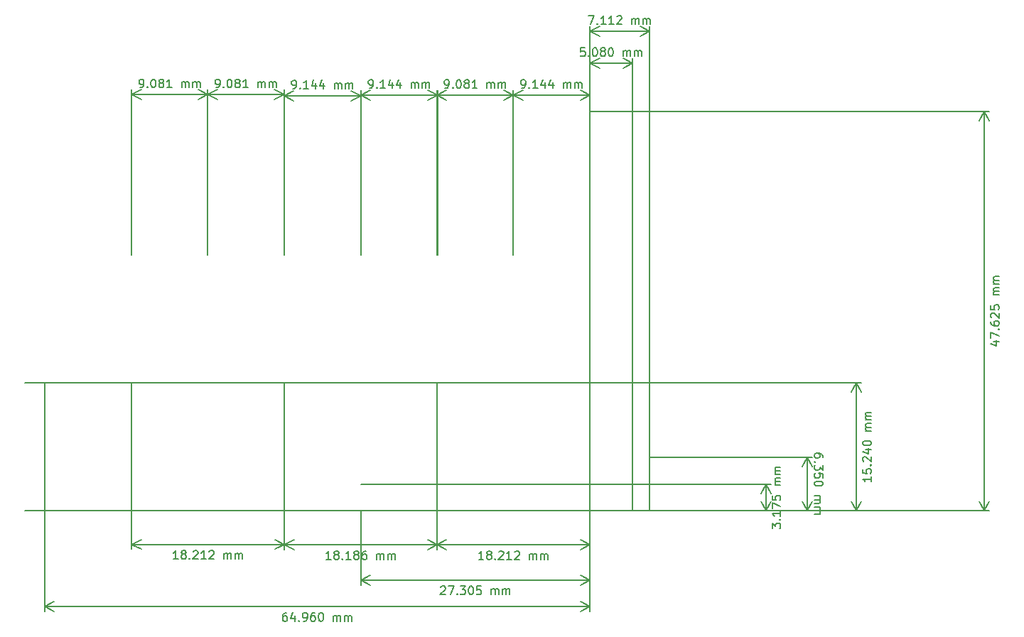
<source format=gbr>
G04 #@! TF.GenerationSoftware,KiCad,Pcbnew,(5.1.5)-3*
G04 #@! TF.CreationDate,2020-07-17T17:22:00-07:00*
G04 #@! TF.ProjectId,4-mill-vent,342d6d69-6c6c-42d7-9665-6e742e6b6963,rev?*
G04 #@! TF.SameCoordinates,Original*
G04 #@! TF.FileFunction,Other,User*
%FSLAX46Y46*%
G04 Gerber Fmt 4.6, Leading zero omitted, Abs format (unit mm)*
G04 Created by KiCad (PCBNEW (5.1.5)-3) date 2020-07-17 17:22:00*
%MOMM*%
%LPD*%
G04 APERTURE LIST*
%ADD10C,0.150000*%
G04 APERTURE END LIST*
D10*
X130989553Y-128129071D02*
X130799076Y-128129100D01*
X130703846Y-128176734D01*
X130656234Y-128224360D01*
X130561018Y-128367232D01*
X130513428Y-128557716D01*
X130513487Y-128938668D01*
X130561120Y-129033899D01*
X130608747Y-129081510D01*
X130703992Y-129129115D01*
X130894468Y-129129086D01*
X130989699Y-129081452D01*
X131037311Y-129033825D01*
X131084915Y-128938580D01*
X131084879Y-128700485D01*
X131037245Y-128605254D01*
X130989619Y-128557642D01*
X130894373Y-128510038D01*
X130703897Y-128510067D01*
X130608666Y-128557701D01*
X130561054Y-128605327D01*
X130513450Y-128700573D01*
X131941985Y-128462258D02*
X131942087Y-129128924D01*
X131703831Y-128081342D02*
X131465846Y-128795664D01*
X132084893Y-128795569D01*
X132465882Y-129033606D02*
X132513509Y-129081217D01*
X132465897Y-129128844D01*
X132418271Y-129081232D01*
X132465882Y-129033606D01*
X132465897Y-129128844D01*
X132989706Y-129128763D02*
X133180183Y-129128734D01*
X133275413Y-129081100D01*
X133323025Y-129033474D01*
X133418241Y-128890602D01*
X133465831Y-128700118D01*
X133465772Y-128319166D01*
X133418139Y-128223935D01*
X133370512Y-128176323D01*
X133275267Y-128128719D01*
X133084791Y-128128748D01*
X132989560Y-128176382D01*
X132941948Y-128224008D01*
X132894344Y-128319254D01*
X132894380Y-128557349D01*
X132942014Y-128652580D01*
X132989641Y-128700192D01*
X133084886Y-128747796D01*
X133275362Y-128747767D01*
X133370593Y-128700133D01*
X133418205Y-128652507D01*
X133465809Y-128557261D01*
X134322886Y-128128558D02*
X134132410Y-128128587D01*
X134037179Y-128176221D01*
X133989567Y-128223847D01*
X133894351Y-128366719D01*
X133846761Y-128557203D01*
X133846820Y-128938155D01*
X133894454Y-129033386D01*
X133942080Y-129080997D01*
X134037326Y-129128602D01*
X134227802Y-129128572D01*
X134323032Y-129080939D01*
X134370644Y-129033312D01*
X134418249Y-128938067D01*
X134418212Y-128699972D01*
X134370578Y-128604741D01*
X134322952Y-128557129D01*
X134227706Y-128509525D01*
X134037230Y-128509554D01*
X133941999Y-128557188D01*
X133894388Y-128604814D01*
X133846783Y-128700060D01*
X135037172Y-128128448D02*
X135132410Y-128128433D01*
X135227655Y-128176038D01*
X135275281Y-128223649D01*
X135322915Y-128318880D01*
X135370564Y-128509349D01*
X135370600Y-128747444D01*
X135323010Y-128937928D01*
X135275406Y-129033173D01*
X135227794Y-129080799D01*
X135132564Y-129128433D01*
X135037326Y-129128448D01*
X134942080Y-129080843D01*
X134894454Y-129033232D01*
X134846820Y-128938001D01*
X134799172Y-128747532D01*
X134799135Y-128509437D01*
X134846725Y-128318953D01*
X134894329Y-128223708D01*
X134941941Y-128176082D01*
X135037172Y-128128448D01*
X136561135Y-129128213D02*
X136561032Y-128461547D01*
X136561047Y-128556785D02*
X136608659Y-128509158D01*
X136703890Y-128461525D01*
X136846747Y-128461503D01*
X136941992Y-128509107D01*
X136989626Y-128604338D01*
X136989706Y-129128147D01*
X136989626Y-128604338D02*
X137037230Y-128509092D01*
X137132461Y-128461459D01*
X137275318Y-128461437D01*
X137370564Y-128509041D01*
X137418197Y-128604272D01*
X137418278Y-129128081D01*
X137894468Y-129128008D02*
X137894366Y-128461341D01*
X137894380Y-128556579D02*
X137941992Y-128508953D01*
X138037223Y-128461319D01*
X138180080Y-128461297D01*
X138275325Y-128508902D01*
X138322959Y-128604132D01*
X138323040Y-129127942D01*
X138322959Y-128604132D02*
X138370564Y-128508887D01*
X138465794Y-128461253D01*
X138608651Y-128461231D01*
X138703897Y-128508836D01*
X138751531Y-128604067D01*
X138751611Y-129127876D01*
X167136104Y-127371126D02*
X102176104Y-127381126D01*
X167132000Y-100711000D02*
X167136194Y-127957546D01*
X102172000Y-100721000D02*
X102176194Y-127967546D01*
X102176104Y-127381126D02*
X103302517Y-126794532D01*
X102176104Y-127381126D02*
X103302698Y-127967373D01*
X167136104Y-127371126D02*
X166009510Y-126784879D01*
X167136104Y-127371126D02*
X166009691Y-127957720D01*
X200634380Y-111902428D02*
X200634380Y-112473857D01*
X200634380Y-112188142D02*
X199634380Y-112188142D01*
X199777238Y-112283380D01*
X199872476Y-112378619D01*
X199920095Y-112473857D01*
X199634380Y-110997666D02*
X199634380Y-111473857D01*
X200110571Y-111521476D01*
X200062952Y-111473857D01*
X200015333Y-111378619D01*
X200015333Y-111140523D01*
X200062952Y-111045285D01*
X200110571Y-110997666D01*
X200205809Y-110950047D01*
X200443904Y-110950047D01*
X200539142Y-110997666D01*
X200586761Y-111045285D01*
X200634380Y-111140523D01*
X200634380Y-111378619D01*
X200586761Y-111473857D01*
X200539142Y-111521476D01*
X200539142Y-110521476D02*
X200586761Y-110473857D01*
X200634380Y-110521476D01*
X200586761Y-110569095D01*
X200539142Y-110521476D01*
X200634380Y-110521476D01*
X199729619Y-110092904D02*
X199682000Y-110045285D01*
X199634380Y-109950047D01*
X199634380Y-109711952D01*
X199682000Y-109616714D01*
X199729619Y-109569095D01*
X199824857Y-109521476D01*
X199920095Y-109521476D01*
X200062952Y-109569095D01*
X200634380Y-110140523D01*
X200634380Y-109521476D01*
X199967714Y-108664333D02*
X200634380Y-108664333D01*
X199586761Y-108902428D02*
X200301047Y-109140523D01*
X200301047Y-108521476D01*
X199634380Y-107950047D02*
X199634380Y-107854809D01*
X199682000Y-107759571D01*
X199729619Y-107711952D01*
X199824857Y-107664333D01*
X200015333Y-107616714D01*
X200253428Y-107616714D01*
X200443904Y-107664333D01*
X200539142Y-107711952D01*
X200586761Y-107759571D01*
X200634380Y-107854809D01*
X200634380Y-107950047D01*
X200586761Y-108045285D01*
X200539142Y-108092904D01*
X200443904Y-108140523D01*
X200253428Y-108188142D01*
X200015333Y-108188142D01*
X199824857Y-108140523D01*
X199729619Y-108092904D01*
X199682000Y-108045285D01*
X199634380Y-107950047D01*
X200634380Y-106426238D02*
X199967714Y-106426238D01*
X200062952Y-106426238D02*
X200015333Y-106378619D01*
X199967714Y-106283380D01*
X199967714Y-106140523D01*
X200015333Y-106045285D01*
X200110571Y-105997666D01*
X200634380Y-105997666D01*
X200110571Y-105997666D02*
X200015333Y-105950047D01*
X199967714Y-105854809D01*
X199967714Y-105711952D01*
X200015333Y-105616714D01*
X200110571Y-105569095D01*
X200634380Y-105569095D01*
X200634380Y-105092904D02*
X199967714Y-105092904D01*
X200062952Y-105092904D02*
X200015333Y-105045285D01*
X199967714Y-104950047D01*
X199967714Y-104807190D01*
X200015333Y-104711952D01*
X200110571Y-104664333D01*
X200634380Y-104664333D01*
X200110571Y-104664333D02*
X200015333Y-104616714D01*
X199967714Y-104521476D01*
X199967714Y-104378619D01*
X200015333Y-104283380D01*
X200110571Y-104235761D01*
X200634380Y-104235761D01*
X198882000Y-115951000D02*
X198882000Y-100711000D01*
X99822000Y-115951000D02*
X199468421Y-115951000D01*
X99822000Y-100711000D02*
X199468421Y-100711000D01*
X198882000Y-100711000D02*
X199468421Y-101837504D01*
X198882000Y-100711000D02*
X198295579Y-101837504D01*
X198882000Y-115951000D02*
X199468421Y-114824496D01*
X198882000Y-115951000D02*
X198295579Y-114824496D01*
X188839380Y-118077785D02*
X188839380Y-117458738D01*
X189220333Y-117792071D01*
X189220333Y-117649214D01*
X189267952Y-117553976D01*
X189315571Y-117506357D01*
X189410809Y-117458738D01*
X189648904Y-117458738D01*
X189744142Y-117506357D01*
X189791761Y-117553976D01*
X189839380Y-117649214D01*
X189839380Y-117934928D01*
X189791761Y-118030166D01*
X189744142Y-118077785D01*
X189744142Y-117030166D02*
X189791761Y-116982547D01*
X189839380Y-117030166D01*
X189791761Y-117077785D01*
X189744142Y-117030166D01*
X189839380Y-117030166D01*
X189839380Y-116030166D02*
X189839380Y-116601595D01*
X189839380Y-116315880D02*
X188839380Y-116315880D01*
X188982238Y-116411119D01*
X189077476Y-116506357D01*
X189125095Y-116601595D01*
X188839380Y-115696833D02*
X188839380Y-115030166D01*
X189839380Y-115458738D01*
X188839380Y-114173023D02*
X188839380Y-114649214D01*
X189315571Y-114696833D01*
X189267952Y-114649214D01*
X189220333Y-114553976D01*
X189220333Y-114315880D01*
X189267952Y-114220642D01*
X189315571Y-114173023D01*
X189410809Y-114125404D01*
X189648904Y-114125404D01*
X189744142Y-114173023D01*
X189791761Y-114220642D01*
X189839380Y-114315880D01*
X189839380Y-114553976D01*
X189791761Y-114649214D01*
X189744142Y-114696833D01*
X189839380Y-112934928D02*
X189172714Y-112934928D01*
X189267952Y-112934928D02*
X189220333Y-112887309D01*
X189172714Y-112792071D01*
X189172714Y-112649214D01*
X189220333Y-112553976D01*
X189315571Y-112506357D01*
X189839380Y-112506357D01*
X189315571Y-112506357D02*
X189220333Y-112458738D01*
X189172714Y-112363500D01*
X189172714Y-112220642D01*
X189220333Y-112125404D01*
X189315571Y-112077785D01*
X189839380Y-112077785D01*
X189839380Y-111601595D02*
X189172714Y-111601595D01*
X189267952Y-111601595D02*
X189220333Y-111553976D01*
X189172714Y-111458738D01*
X189172714Y-111315880D01*
X189220333Y-111220642D01*
X189315571Y-111173023D01*
X189839380Y-111173023D01*
X189315571Y-111173023D02*
X189220333Y-111125404D01*
X189172714Y-111030166D01*
X189172714Y-110887309D01*
X189220333Y-110792071D01*
X189315571Y-110744452D01*
X189839380Y-110744452D01*
X188087000Y-115951000D02*
X188087000Y-112776000D01*
X139827000Y-115951000D02*
X188673421Y-115951000D01*
X139827000Y-112776000D02*
X188673421Y-112776000D01*
X188087000Y-112776000D02*
X188673421Y-113902504D01*
X188087000Y-112776000D02*
X187500579Y-113902504D01*
X188087000Y-115951000D02*
X188673421Y-114824496D01*
X188087000Y-115951000D02*
X187500579Y-114824496D01*
X149336642Y-125053619D02*
X149384261Y-125006000D01*
X149479500Y-124958380D01*
X149717595Y-124958380D01*
X149812833Y-125006000D01*
X149860452Y-125053619D01*
X149908071Y-125148857D01*
X149908071Y-125244095D01*
X149860452Y-125386952D01*
X149289023Y-125958380D01*
X149908071Y-125958380D01*
X150241404Y-124958380D02*
X150908071Y-124958380D01*
X150479500Y-125958380D01*
X151289023Y-125863142D02*
X151336642Y-125910761D01*
X151289023Y-125958380D01*
X151241404Y-125910761D01*
X151289023Y-125863142D01*
X151289023Y-125958380D01*
X151669976Y-124958380D02*
X152289023Y-124958380D01*
X151955690Y-125339333D01*
X152098547Y-125339333D01*
X152193785Y-125386952D01*
X152241404Y-125434571D01*
X152289023Y-125529809D01*
X152289023Y-125767904D01*
X152241404Y-125863142D01*
X152193785Y-125910761D01*
X152098547Y-125958380D01*
X151812833Y-125958380D01*
X151717595Y-125910761D01*
X151669976Y-125863142D01*
X152908071Y-124958380D02*
X153003309Y-124958380D01*
X153098547Y-125006000D01*
X153146166Y-125053619D01*
X153193785Y-125148857D01*
X153241404Y-125339333D01*
X153241404Y-125577428D01*
X153193785Y-125767904D01*
X153146166Y-125863142D01*
X153098547Y-125910761D01*
X153003309Y-125958380D01*
X152908071Y-125958380D01*
X152812833Y-125910761D01*
X152765214Y-125863142D01*
X152717595Y-125767904D01*
X152669976Y-125577428D01*
X152669976Y-125339333D01*
X152717595Y-125148857D01*
X152765214Y-125053619D01*
X152812833Y-125006000D01*
X152908071Y-124958380D01*
X154146166Y-124958380D02*
X153669976Y-124958380D01*
X153622357Y-125434571D01*
X153669976Y-125386952D01*
X153765214Y-125339333D01*
X154003309Y-125339333D01*
X154098547Y-125386952D01*
X154146166Y-125434571D01*
X154193785Y-125529809D01*
X154193785Y-125767904D01*
X154146166Y-125863142D01*
X154098547Y-125910761D01*
X154003309Y-125958380D01*
X153765214Y-125958380D01*
X153669976Y-125910761D01*
X153622357Y-125863142D01*
X155384261Y-125958380D02*
X155384261Y-125291714D01*
X155384261Y-125386952D02*
X155431880Y-125339333D01*
X155527119Y-125291714D01*
X155669976Y-125291714D01*
X155765214Y-125339333D01*
X155812833Y-125434571D01*
X155812833Y-125958380D01*
X155812833Y-125434571D02*
X155860452Y-125339333D01*
X155955690Y-125291714D01*
X156098547Y-125291714D01*
X156193785Y-125339333D01*
X156241404Y-125434571D01*
X156241404Y-125958380D01*
X156717595Y-125958380D02*
X156717595Y-125291714D01*
X156717595Y-125386952D02*
X156765214Y-125339333D01*
X156860452Y-125291714D01*
X157003309Y-125291714D01*
X157098547Y-125339333D01*
X157146166Y-125434571D01*
X157146166Y-125958380D01*
X157146166Y-125434571D02*
X157193785Y-125339333D01*
X157289023Y-125291714D01*
X157431880Y-125291714D01*
X157527119Y-125339333D01*
X157574738Y-125434571D01*
X157574738Y-125958380D01*
X167132000Y-124206000D02*
X139827000Y-124206000D01*
X167132000Y-115951000D02*
X167132000Y-124792421D01*
X139827000Y-115951000D02*
X139827000Y-124792421D01*
X139827000Y-124206000D02*
X140953504Y-123619579D01*
X139827000Y-124206000D02*
X140953504Y-124792421D01*
X167132000Y-124206000D02*
X166005496Y-123619579D01*
X167132000Y-124206000D02*
X166005496Y-124792421D01*
X194887619Y-109585523D02*
X194887619Y-109395047D01*
X194840000Y-109299809D01*
X194792380Y-109252190D01*
X194649523Y-109156952D01*
X194459047Y-109109333D01*
X194078095Y-109109333D01*
X193982857Y-109156952D01*
X193935238Y-109204571D01*
X193887619Y-109299809D01*
X193887619Y-109490285D01*
X193935238Y-109585523D01*
X193982857Y-109633142D01*
X194078095Y-109680761D01*
X194316190Y-109680761D01*
X194411428Y-109633142D01*
X194459047Y-109585523D01*
X194506666Y-109490285D01*
X194506666Y-109299809D01*
X194459047Y-109204571D01*
X194411428Y-109156952D01*
X194316190Y-109109333D01*
X193982857Y-110109333D02*
X193935238Y-110156952D01*
X193887619Y-110109333D01*
X193935238Y-110061714D01*
X193982857Y-110109333D01*
X193887619Y-110109333D01*
X194887619Y-110490285D02*
X194887619Y-111109333D01*
X194506666Y-110776000D01*
X194506666Y-110918857D01*
X194459047Y-111014095D01*
X194411428Y-111061714D01*
X194316190Y-111109333D01*
X194078095Y-111109333D01*
X193982857Y-111061714D01*
X193935238Y-111014095D01*
X193887619Y-110918857D01*
X193887619Y-110633142D01*
X193935238Y-110537904D01*
X193982857Y-110490285D01*
X194887619Y-112014095D02*
X194887619Y-111537904D01*
X194411428Y-111490285D01*
X194459047Y-111537904D01*
X194506666Y-111633142D01*
X194506666Y-111871238D01*
X194459047Y-111966476D01*
X194411428Y-112014095D01*
X194316190Y-112061714D01*
X194078095Y-112061714D01*
X193982857Y-112014095D01*
X193935238Y-111966476D01*
X193887619Y-111871238D01*
X193887619Y-111633142D01*
X193935238Y-111537904D01*
X193982857Y-111490285D01*
X194887619Y-112680761D02*
X194887619Y-112776000D01*
X194840000Y-112871238D01*
X194792380Y-112918857D01*
X194697142Y-112966476D01*
X194506666Y-113014095D01*
X194268571Y-113014095D01*
X194078095Y-112966476D01*
X193982857Y-112918857D01*
X193935238Y-112871238D01*
X193887619Y-112776000D01*
X193887619Y-112680761D01*
X193935238Y-112585523D01*
X193982857Y-112537904D01*
X194078095Y-112490285D01*
X194268571Y-112442666D01*
X194506666Y-112442666D01*
X194697142Y-112490285D01*
X194792380Y-112537904D01*
X194840000Y-112585523D01*
X194887619Y-112680761D01*
X193887619Y-114204571D02*
X194554285Y-114204571D01*
X194459047Y-114204571D02*
X194506666Y-114252190D01*
X194554285Y-114347428D01*
X194554285Y-114490285D01*
X194506666Y-114585523D01*
X194411428Y-114633142D01*
X193887619Y-114633142D01*
X194411428Y-114633142D02*
X194506666Y-114680761D01*
X194554285Y-114776000D01*
X194554285Y-114918857D01*
X194506666Y-115014095D01*
X194411428Y-115061714D01*
X193887619Y-115061714D01*
X193887619Y-115537904D02*
X194554285Y-115537904D01*
X194459047Y-115537904D02*
X194506666Y-115585523D01*
X194554285Y-115680761D01*
X194554285Y-115823619D01*
X194506666Y-115918857D01*
X194411428Y-115966476D01*
X193887619Y-115966476D01*
X194411428Y-115966476D02*
X194506666Y-116014095D01*
X194554285Y-116109333D01*
X194554285Y-116252190D01*
X194506666Y-116347428D01*
X194411428Y-116395047D01*
X193887619Y-116395047D01*
X193040000Y-109601000D02*
X193040000Y-115951000D01*
X174244000Y-109601000D02*
X193626421Y-109601000D01*
X174244000Y-115951000D02*
X193626421Y-115951000D01*
X193040000Y-115951000D02*
X192453579Y-114824496D01*
X193040000Y-115951000D02*
X193626421Y-114824496D01*
X193040000Y-109601000D02*
X192453579Y-110727504D01*
X193040000Y-109601000D02*
X193626421Y-110727504D01*
X166973714Y-56953380D02*
X167640380Y-56953380D01*
X167211809Y-57953380D01*
X168021333Y-57858142D02*
X168068952Y-57905761D01*
X168021333Y-57953380D01*
X167973714Y-57905761D01*
X168021333Y-57858142D01*
X168021333Y-57953380D01*
X169021333Y-57953380D02*
X168449904Y-57953380D01*
X168735619Y-57953380D02*
X168735619Y-56953380D01*
X168640380Y-57096238D01*
X168545142Y-57191476D01*
X168449904Y-57239095D01*
X169973714Y-57953380D02*
X169402285Y-57953380D01*
X169688000Y-57953380D02*
X169688000Y-56953380D01*
X169592761Y-57096238D01*
X169497523Y-57191476D01*
X169402285Y-57239095D01*
X170354666Y-57048619D02*
X170402285Y-57001000D01*
X170497523Y-56953380D01*
X170735619Y-56953380D01*
X170830857Y-57001000D01*
X170878476Y-57048619D01*
X170926095Y-57143857D01*
X170926095Y-57239095D01*
X170878476Y-57381952D01*
X170307047Y-57953380D01*
X170926095Y-57953380D01*
X172116571Y-57953380D02*
X172116571Y-57286714D01*
X172116571Y-57381952D02*
X172164190Y-57334333D01*
X172259428Y-57286714D01*
X172402285Y-57286714D01*
X172497523Y-57334333D01*
X172545142Y-57429571D01*
X172545142Y-57953380D01*
X172545142Y-57429571D02*
X172592761Y-57334333D01*
X172688000Y-57286714D01*
X172830857Y-57286714D01*
X172926095Y-57334333D01*
X172973714Y-57429571D01*
X172973714Y-57953380D01*
X173449904Y-57953380D02*
X173449904Y-57286714D01*
X173449904Y-57381952D02*
X173497523Y-57334333D01*
X173592761Y-57286714D01*
X173735619Y-57286714D01*
X173830857Y-57334333D01*
X173878476Y-57429571D01*
X173878476Y-57953380D01*
X173878476Y-57429571D02*
X173926095Y-57334333D01*
X174021333Y-57286714D01*
X174164190Y-57286714D01*
X174259428Y-57334333D01*
X174307047Y-57429571D01*
X174307047Y-57953380D01*
X167132000Y-58801000D02*
X174244000Y-58801000D01*
X167132000Y-115951000D02*
X167132000Y-58214579D01*
X174244000Y-115951000D02*
X174244000Y-58214579D01*
X174244000Y-58801000D02*
X173117496Y-59387421D01*
X174244000Y-58801000D02*
X173117496Y-58214579D01*
X167132000Y-58801000D02*
X168258504Y-59387421D01*
X167132000Y-58801000D02*
X168258504Y-58214579D01*
X166529142Y-60763380D02*
X166052952Y-60763380D01*
X166005333Y-61239571D01*
X166052952Y-61191952D01*
X166148190Y-61144333D01*
X166386285Y-61144333D01*
X166481523Y-61191952D01*
X166529142Y-61239571D01*
X166576761Y-61334809D01*
X166576761Y-61572904D01*
X166529142Y-61668142D01*
X166481523Y-61715761D01*
X166386285Y-61763380D01*
X166148190Y-61763380D01*
X166052952Y-61715761D01*
X166005333Y-61668142D01*
X167005333Y-61668142D02*
X167052952Y-61715761D01*
X167005333Y-61763380D01*
X166957714Y-61715761D01*
X167005333Y-61668142D01*
X167005333Y-61763380D01*
X167672000Y-60763380D02*
X167767238Y-60763380D01*
X167862476Y-60811000D01*
X167910095Y-60858619D01*
X167957714Y-60953857D01*
X168005333Y-61144333D01*
X168005333Y-61382428D01*
X167957714Y-61572904D01*
X167910095Y-61668142D01*
X167862476Y-61715761D01*
X167767238Y-61763380D01*
X167672000Y-61763380D01*
X167576761Y-61715761D01*
X167529142Y-61668142D01*
X167481523Y-61572904D01*
X167433904Y-61382428D01*
X167433904Y-61144333D01*
X167481523Y-60953857D01*
X167529142Y-60858619D01*
X167576761Y-60811000D01*
X167672000Y-60763380D01*
X168576761Y-61191952D02*
X168481523Y-61144333D01*
X168433904Y-61096714D01*
X168386285Y-61001476D01*
X168386285Y-60953857D01*
X168433904Y-60858619D01*
X168481523Y-60811000D01*
X168576761Y-60763380D01*
X168767238Y-60763380D01*
X168862476Y-60811000D01*
X168910095Y-60858619D01*
X168957714Y-60953857D01*
X168957714Y-61001476D01*
X168910095Y-61096714D01*
X168862476Y-61144333D01*
X168767238Y-61191952D01*
X168576761Y-61191952D01*
X168481523Y-61239571D01*
X168433904Y-61287190D01*
X168386285Y-61382428D01*
X168386285Y-61572904D01*
X168433904Y-61668142D01*
X168481523Y-61715761D01*
X168576761Y-61763380D01*
X168767238Y-61763380D01*
X168862476Y-61715761D01*
X168910095Y-61668142D01*
X168957714Y-61572904D01*
X168957714Y-61382428D01*
X168910095Y-61287190D01*
X168862476Y-61239571D01*
X168767238Y-61191952D01*
X169576761Y-60763380D02*
X169672000Y-60763380D01*
X169767238Y-60811000D01*
X169814857Y-60858619D01*
X169862476Y-60953857D01*
X169910095Y-61144333D01*
X169910095Y-61382428D01*
X169862476Y-61572904D01*
X169814857Y-61668142D01*
X169767238Y-61715761D01*
X169672000Y-61763380D01*
X169576761Y-61763380D01*
X169481523Y-61715761D01*
X169433904Y-61668142D01*
X169386285Y-61572904D01*
X169338666Y-61382428D01*
X169338666Y-61144333D01*
X169386285Y-60953857D01*
X169433904Y-60858619D01*
X169481523Y-60811000D01*
X169576761Y-60763380D01*
X171100571Y-61763380D02*
X171100571Y-61096714D01*
X171100571Y-61191952D02*
X171148190Y-61144333D01*
X171243428Y-61096714D01*
X171386285Y-61096714D01*
X171481523Y-61144333D01*
X171529142Y-61239571D01*
X171529142Y-61763380D01*
X171529142Y-61239571D02*
X171576761Y-61144333D01*
X171672000Y-61096714D01*
X171814857Y-61096714D01*
X171910095Y-61144333D01*
X171957714Y-61239571D01*
X171957714Y-61763380D01*
X172433904Y-61763380D02*
X172433904Y-61096714D01*
X172433904Y-61191952D02*
X172481523Y-61144333D01*
X172576761Y-61096714D01*
X172719619Y-61096714D01*
X172814857Y-61144333D01*
X172862476Y-61239571D01*
X172862476Y-61763380D01*
X172862476Y-61239571D02*
X172910095Y-61144333D01*
X173005333Y-61096714D01*
X173148190Y-61096714D01*
X173243428Y-61144333D01*
X173291047Y-61239571D01*
X173291047Y-61763380D01*
X167132000Y-62611000D02*
X172212000Y-62611000D01*
X167132000Y-115951000D02*
X167132000Y-62024579D01*
X172212000Y-115951000D02*
X172212000Y-62024579D01*
X172212000Y-62611000D02*
X171085496Y-63197421D01*
X172212000Y-62611000D02*
X171085496Y-62024579D01*
X167132000Y-62611000D02*
X168258504Y-63197421D01*
X167132000Y-62611000D02*
X168258504Y-62024579D01*
X136255571Y-121767380D02*
X135684142Y-121767380D01*
X135969857Y-121767380D02*
X135969857Y-120767380D01*
X135874619Y-120910238D01*
X135779380Y-121005476D01*
X135684142Y-121053095D01*
X136827000Y-121195952D02*
X136731761Y-121148333D01*
X136684142Y-121100714D01*
X136636523Y-121005476D01*
X136636523Y-120957857D01*
X136684142Y-120862619D01*
X136731761Y-120815000D01*
X136827000Y-120767380D01*
X137017476Y-120767380D01*
X137112714Y-120815000D01*
X137160333Y-120862619D01*
X137207952Y-120957857D01*
X137207952Y-121005476D01*
X137160333Y-121100714D01*
X137112714Y-121148333D01*
X137017476Y-121195952D01*
X136827000Y-121195952D01*
X136731761Y-121243571D01*
X136684142Y-121291190D01*
X136636523Y-121386428D01*
X136636523Y-121576904D01*
X136684142Y-121672142D01*
X136731761Y-121719761D01*
X136827000Y-121767380D01*
X137017476Y-121767380D01*
X137112714Y-121719761D01*
X137160333Y-121672142D01*
X137207952Y-121576904D01*
X137207952Y-121386428D01*
X137160333Y-121291190D01*
X137112714Y-121243571D01*
X137017476Y-121195952D01*
X137636523Y-121672142D02*
X137684142Y-121719761D01*
X137636523Y-121767380D01*
X137588904Y-121719761D01*
X137636523Y-121672142D01*
X137636523Y-121767380D01*
X138636523Y-121767380D02*
X138065095Y-121767380D01*
X138350809Y-121767380D02*
X138350809Y-120767380D01*
X138255571Y-120910238D01*
X138160333Y-121005476D01*
X138065095Y-121053095D01*
X139207952Y-121195952D02*
X139112714Y-121148333D01*
X139065095Y-121100714D01*
X139017476Y-121005476D01*
X139017476Y-120957857D01*
X139065095Y-120862619D01*
X139112714Y-120815000D01*
X139207952Y-120767380D01*
X139398428Y-120767380D01*
X139493666Y-120815000D01*
X139541285Y-120862619D01*
X139588904Y-120957857D01*
X139588904Y-121005476D01*
X139541285Y-121100714D01*
X139493666Y-121148333D01*
X139398428Y-121195952D01*
X139207952Y-121195952D01*
X139112714Y-121243571D01*
X139065095Y-121291190D01*
X139017476Y-121386428D01*
X139017476Y-121576904D01*
X139065095Y-121672142D01*
X139112714Y-121719761D01*
X139207952Y-121767380D01*
X139398428Y-121767380D01*
X139493666Y-121719761D01*
X139541285Y-121672142D01*
X139588904Y-121576904D01*
X139588904Y-121386428D01*
X139541285Y-121291190D01*
X139493666Y-121243571D01*
X139398428Y-121195952D01*
X140446047Y-120767380D02*
X140255571Y-120767380D01*
X140160333Y-120815000D01*
X140112714Y-120862619D01*
X140017476Y-121005476D01*
X139969857Y-121195952D01*
X139969857Y-121576904D01*
X140017476Y-121672142D01*
X140065095Y-121719761D01*
X140160333Y-121767380D01*
X140350809Y-121767380D01*
X140446047Y-121719761D01*
X140493666Y-121672142D01*
X140541285Y-121576904D01*
X140541285Y-121338809D01*
X140493666Y-121243571D01*
X140446047Y-121195952D01*
X140350809Y-121148333D01*
X140160333Y-121148333D01*
X140065095Y-121195952D01*
X140017476Y-121243571D01*
X139969857Y-121338809D01*
X141731761Y-121767380D02*
X141731761Y-121100714D01*
X141731761Y-121195952D02*
X141779380Y-121148333D01*
X141874619Y-121100714D01*
X142017476Y-121100714D01*
X142112714Y-121148333D01*
X142160333Y-121243571D01*
X142160333Y-121767380D01*
X142160333Y-121243571D02*
X142207952Y-121148333D01*
X142303190Y-121100714D01*
X142446047Y-121100714D01*
X142541285Y-121148333D01*
X142588904Y-121243571D01*
X142588904Y-121767380D01*
X143065095Y-121767380D02*
X143065095Y-121100714D01*
X143065095Y-121195952D02*
X143112714Y-121148333D01*
X143207952Y-121100714D01*
X143350809Y-121100714D01*
X143446047Y-121148333D01*
X143493666Y-121243571D01*
X143493666Y-121767380D01*
X143493666Y-121243571D02*
X143541285Y-121148333D01*
X143636523Y-121100714D01*
X143779380Y-121100714D01*
X143874619Y-121148333D01*
X143922238Y-121243571D01*
X143922238Y-121767380D01*
X130733800Y-120015000D02*
X148920200Y-120015000D01*
X130733800Y-115951000D02*
X130733800Y-120601421D01*
X148920200Y-115951000D02*
X148920200Y-120601421D01*
X148920200Y-120015000D02*
X147793696Y-120601421D01*
X148920200Y-120015000D02*
X147793696Y-119428579D01*
X130733800Y-120015000D02*
X131860304Y-120601421D01*
X130733800Y-120015000D02*
X131860304Y-119428579D01*
X154454671Y-121767380D02*
X153883242Y-121767380D01*
X154168957Y-121767380D02*
X154168957Y-120767380D01*
X154073719Y-120910238D01*
X153978480Y-121005476D01*
X153883242Y-121053095D01*
X155026100Y-121195952D02*
X154930861Y-121148333D01*
X154883242Y-121100714D01*
X154835623Y-121005476D01*
X154835623Y-120957857D01*
X154883242Y-120862619D01*
X154930861Y-120815000D01*
X155026100Y-120767380D01*
X155216576Y-120767380D01*
X155311814Y-120815000D01*
X155359433Y-120862619D01*
X155407052Y-120957857D01*
X155407052Y-121005476D01*
X155359433Y-121100714D01*
X155311814Y-121148333D01*
X155216576Y-121195952D01*
X155026100Y-121195952D01*
X154930861Y-121243571D01*
X154883242Y-121291190D01*
X154835623Y-121386428D01*
X154835623Y-121576904D01*
X154883242Y-121672142D01*
X154930861Y-121719761D01*
X155026100Y-121767380D01*
X155216576Y-121767380D01*
X155311814Y-121719761D01*
X155359433Y-121672142D01*
X155407052Y-121576904D01*
X155407052Y-121386428D01*
X155359433Y-121291190D01*
X155311814Y-121243571D01*
X155216576Y-121195952D01*
X155835623Y-121672142D02*
X155883242Y-121719761D01*
X155835623Y-121767380D01*
X155788004Y-121719761D01*
X155835623Y-121672142D01*
X155835623Y-121767380D01*
X156264195Y-120862619D02*
X156311814Y-120815000D01*
X156407052Y-120767380D01*
X156645147Y-120767380D01*
X156740385Y-120815000D01*
X156788004Y-120862619D01*
X156835623Y-120957857D01*
X156835623Y-121053095D01*
X156788004Y-121195952D01*
X156216576Y-121767380D01*
X156835623Y-121767380D01*
X157788004Y-121767380D02*
X157216576Y-121767380D01*
X157502290Y-121767380D02*
X157502290Y-120767380D01*
X157407052Y-120910238D01*
X157311814Y-121005476D01*
X157216576Y-121053095D01*
X158168957Y-120862619D02*
X158216576Y-120815000D01*
X158311814Y-120767380D01*
X158549909Y-120767380D01*
X158645147Y-120815000D01*
X158692766Y-120862619D01*
X158740385Y-120957857D01*
X158740385Y-121053095D01*
X158692766Y-121195952D01*
X158121338Y-121767380D01*
X158740385Y-121767380D01*
X159930861Y-121767380D02*
X159930861Y-121100714D01*
X159930861Y-121195952D02*
X159978480Y-121148333D01*
X160073719Y-121100714D01*
X160216576Y-121100714D01*
X160311814Y-121148333D01*
X160359433Y-121243571D01*
X160359433Y-121767380D01*
X160359433Y-121243571D02*
X160407052Y-121148333D01*
X160502290Y-121100714D01*
X160645147Y-121100714D01*
X160740385Y-121148333D01*
X160788004Y-121243571D01*
X160788004Y-121767380D01*
X161264195Y-121767380D02*
X161264195Y-121100714D01*
X161264195Y-121195952D02*
X161311814Y-121148333D01*
X161407052Y-121100714D01*
X161549909Y-121100714D01*
X161645147Y-121148333D01*
X161692766Y-121243571D01*
X161692766Y-121767380D01*
X161692766Y-121243571D02*
X161740385Y-121148333D01*
X161835623Y-121100714D01*
X161978480Y-121100714D01*
X162073719Y-121148333D01*
X162121338Y-121243571D01*
X162121338Y-121767380D01*
X167132000Y-120015000D02*
X148920200Y-120015000D01*
X167132000Y-100711000D02*
X167132000Y-120601421D01*
X148920200Y-100711000D02*
X148920200Y-120601421D01*
X148920200Y-120015000D02*
X150046704Y-119428579D01*
X148920200Y-120015000D02*
X150046704Y-120601421D01*
X167132000Y-120015000D02*
X166005496Y-119428579D01*
X167132000Y-120015000D02*
X166005496Y-120601421D01*
X118056471Y-121716580D02*
X117485042Y-121716580D01*
X117770757Y-121716580D02*
X117770757Y-120716580D01*
X117675519Y-120859438D01*
X117580280Y-120954676D01*
X117485042Y-121002295D01*
X118627900Y-121145152D02*
X118532661Y-121097533D01*
X118485042Y-121049914D01*
X118437423Y-120954676D01*
X118437423Y-120907057D01*
X118485042Y-120811819D01*
X118532661Y-120764200D01*
X118627900Y-120716580D01*
X118818376Y-120716580D01*
X118913614Y-120764200D01*
X118961233Y-120811819D01*
X119008852Y-120907057D01*
X119008852Y-120954676D01*
X118961233Y-121049914D01*
X118913614Y-121097533D01*
X118818376Y-121145152D01*
X118627900Y-121145152D01*
X118532661Y-121192771D01*
X118485042Y-121240390D01*
X118437423Y-121335628D01*
X118437423Y-121526104D01*
X118485042Y-121621342D01*
X118532661Y-121668961D01*
X118627900Y-121716580D01*
X118818376Y-121716580D01*
X118913614Y-121668961D01*
X118961233Y-121621342D01*
X119008852Y-121526104D01*
X119008852Y-121335628D01*
X118961233Y-121240390D01*
X118913614Y-121192771D01*
X118818376Y-121145152D01*
X119437423Y-121621342D02*
X119485042Y-121668961D01*
X119437423Y-121716580D01*
X119389804Y-121668961D01*
X119437423Y-121621342D01*
X119437423Y-121716580D01*
X119865995Y-120811819D02*
X119913614Y-120764200D01*
X120008852Y-120716580D01*
X120246947Y-120716580D01*
X120342185Y-120764200D01*
X120389804Y-120811819D01*
X120437423Y-120907057D01*
X120437423Y-121002295D01*
X120389804Y-121145152D01*
X119818376Y-121716580D01*
X120437423Y-121716580D01*
X121389804Y-121716580D02*
X120818376Y-121716580D01*
X121104090Y-121716580D02*
X121104090Y-120716580D01*
X121008852Y-120859438D01*
X120913614Y-120954676D01*
X120818376Y-121002295D01*
X121770757Y-120811819D02*
X121818376Y-120764200D01*
X121913614Y-120716580D01*
X122151709Y-120716580D01*
X122246947Y-120764200D01*
X122294566Y-120811819D01*
X122342185Y-120907057D01*
X122342185Y-121002295D01*
X122294566Y-121145152D01*
X121723138Y-121716580D01*
X122342185Y-121716580D01*
X123532661Y-121716580D02*
X123532661Y-121049914D01*
X123532661Y-121145152D02*
X123580280Y-121097533D01*
X123675519Y-121049914D01*
X123818376Y-121049914D01*
X123913614Y-121097533D01*
X123961233Y-121192771D01*
X123961233Y-121716580D01*
X123961233Y-121192771D02*
X124008852Y-121097533D01*
X124104090Y-121049914D01*
X124246947Y-121049914D01*
X124342185Y-121097533D01*
X124389804Y-121192771D01*
X124389804Y-121716580D01*
X124865995Y-121716580D02*
X124865995Y-121049914D01*
X124865995Y-121145152D02*
X124913614Y-121097533D01*
X125008852Y-121049914D01*
X125151709Y-121049914D01*
X125246947Y-121097533D01*
X125294566Y-121192771D01*
X125294566Y-121716580D01*
X125294566Y-121192771D02*
X125342185Y-121097533D01*
X125437423Y-121049914D01*
X125580280Y-121049914D01*
X125675519Y-121097533D01*
X125723138Y-121192771D01*
X125723138Y-121716580D01*
X112522000Y-119964200D02*
X130733800Y-119964200D01*
X112522000Y-100711000D02*
X112522000Y-120550621D01*
X130733800Y-100711000D02*
X130733800Y-120550621D01*
X130733800Y-119964200D02*
X129607296Y-120550621D01*
X130733800Y-119964200D02*
X129607296Y-119377779D01*
X112522000Y-119964200D02*
X113648504Y-120550621D01*
X112522000Y-119964200D02*
X113648504Y-119377779D01*
X158988571Y-65573380D02*
X159179047Y-65573380D01*
X159274285Y-65525761D01*
X159321904Y-65478142D01*
X159417142Y-65335285D01*
X159464761Y-65144809D01*
X159464761Y-64763857D01*
X159417142Y-64668619D01*
X159369523Y-64621000D01*
X159274285Y-64573380D01*
X159083809Y-64573380D01*
X158988571Y-64621000D01*
X158940952Y-64668619D01*
X158893333Y-64763857D01*
X158893333Y-65001952D01*
X158940952Y-65097190D01*
X158988571Y-65144809D01*
X159083809Y-65192428D01*
X159274285Y-65192428D01*
X159369523Y-65144809D01*
X159417142Y-65097190D01*
X159464761Y-65001952D01*
X159893333Y-65478142D02*
X159940952Y-65525761D01*
X159893333Y-65573380D01*
X159845714Y-65525761D01*
X159893333Y-65478142D01*
X159893333Y-65573380D01*
X160893333Y-65573380D02*
X160321904Y-65573380D01*
X160607619Y-65573380D02*
X160607619Y-64573380D01*
X160512380Y-64716238D01*
X160417142Y-64811476D01*
X160321904Y-64859095D01*
X161750476Y-64906714D02*
X161750476Y-65573380D01*
X161512380Y-64525761D02*
X161274285Y-65240047D01*
X161893333Y-65240047D01*
X162702857Y-64906714D02*
X162702857Y-65573380D01*
X162464761Y-64525761D02*
X162226666Y-65240047D01*
X162845714Y-65240047D01*
X163988571Y-65573380D02*
X163988571Y-64906714D01*
X163988571Y-65001952D02*
X164036190Y-64954333D01*
X164131428Y-64906714D01*
X164274285Y-64906714D01*
X164369523Y-64954333D01*
X164417142Y-65049571D01*
X164417142Y-65573380D01*
X164417142Y-65049571D02*
X164464761Y-64954333D01*
X164560000Y-64906714D01*
X164702857Y-64906714D01*
X164798095Y-64954333D01*
X164845714Y-65049571D01*
X164845714Y-65573380D01*
X165321904Y-65573380D02*
X165321904Y-64906714D01*
X165321904Y-65001952D02*
X165369523Y-64954333D01*
X165464761Y-64906714D01*
X165607619Y-64906714D01*
X165702857Y-64954333D01*
X165750476Y-65049571D01*
X165750476Y-65573380D01*
X165750476Y-65049571D02*
X165798095Y-64954333D01*
X165893333Y-64906714D01*
X166036190Y-64906714D01*
X166131428Y-64954333D01*
X166179047Y-65049571D01*
X166179047Y-65573380D01*
X157988000Y-66421000D02*
X167132000Y-66421000D01*
X157988000Y-85471000D02*
X157988000Y-65834579D01*
X167132000Y-85471000D02*
X167132000Y-65834579D01*
X167132000Y-66421000D02*
X166005496Y-67007421D01*
X167132000Y-66421000D02*
X166005496Y-65834579D01*
X157988000Y-66421000D02*
X159114504Y-67007421D01*
X157988000Y-66421000D02*
X159114504Y-65834579D01*
X149876321Y-65573380D02*
X150066797Y-65573380D01*
X150162035Y-65525761D01*
X150209654Y-65478142D01*
X150304892Y-65335285D01*
X150352511Y-65144809D01*
X150352511Y-64763857D01*
X150304892Y-64668619D01*
X150257273Y-64621000D01*
X150162035Y-64573380D01*
X149971559Y-64573380D01*
X149876321Y-64621000D01*
X149828702Y-64668619D01*
X149781083Y-64763857D01*
X149781083Y-65001952D01*
X149828702Y-65097190D01*
X149876321Y-65144809D01*
X149971559Y-65192428D01*
X150162035Y-65192428D01*
X150257273Y-65144809D01*
X150304892Y-65097190D01*
X150352511Y-65001952D01*
X150781083Y-65478142D02*
X150828702Y-65525761D01*
X150781083Y-65573380D01*
X150733464Y-65525761D01*
X150781083Y-65478142D01*
X150781083Y-65573380D01*
X151447750Y-64573380D02*
X151542988Y-64573380D01*
X151638226Y-64621000D01*
X151685845Y-64668619D01*
X151733464Y-64763857D01*
X151781083Y-64954333D01*
X151781083Y-65192428D01*
X151733464Y-65382904D01*
X151685845Y-65478142D01*
X151638226Y-65525761D01*
X151542988Y-65573380D01*
X151447750Y-65573380D01*
X151352511Y-65525761D01*
X151304892Y-65478142D01*
X151257273Y-65382904D01*
X151209654Y-65192428D01*
X151209654Y-64954333D01*
X151257273Y-64763857D01*
X151304892Y-64668619D01*
X151352511Y-64621000D01*
X151447750Y-64573380D01*
X152352511Y-65001952D02*
X152257273Y-64954333D01*
X152209654Y-64906714D01*
X152162035Y-64811476D01*
X152162035Y-64763857D01*
X152209654Y-64668619D01*
X152257273Y-64621000D01*
X152352511Y-64573380D01*
X152542988Y-64573380D01*
X152638226Y-64621000D01*
X152685845Y-64668619D01*
X152733464Y-64763857D01*
X152733464Y-64811476D01*
X152685845Y-64906714D01*
X152638226Y-64954333D01*
X152542988Y-65001952D01*
X152352511Y-65001952D01*
X152257273Y-65049571D01*
X152209654Y-65097190D01*
X152162035Y-65192428D01*
X152162035Y-65382904D01*
X152209654Y-65478142D01*
X152257273Y-65525761D01*
X152352511Y-65573380D01*
X152542988Y-65573380D01*
X152638226Y-65525761D01*
X152685845Y-65478142D01*
X152733464Y-65382904D01*
X152733464Y-65192428D01*
X152685845Y-65097190D01*
X152638226Y-65049571D01*
X152542988Y-65001952D01*
X153685845Y-65573380D02*
X153114416Y-65573380D01*
X153400130Y-65573380D02*
X153400130Y-64573380D01*
X153304892Y-64716238D01*
X153209654Y-64811476D01*
X153114416Y-64859095D01*
X154876321Y-65573380D02*
X154876321Y-64906714D01*
X154876321Y-65001952D02*
X154923940Y-64954333D01*
X155019178Y-64906714D01*
X155162035Y-64906714D01*
X155257273Y-64954333D01*
X155304892Y-65049571D01*
X155304892Y-65573380D01*
X155304892Y-65049571D02*
X155352511Y-64954333D01*
X155447750Y-64906714D01*
X155590607Y-64906714D01*
X155685845Y-64954333D01*
X155733464Y-65049571D01*
X155733464Y-65573380D01*
X156209654Y-65573380D02*
X156209654Y-64906714D01*
X156209654Y-65001952D02*
X156257273Y-64954333D01*
X156352511Y-64906714D01*
X156495369Y-64906714D01*
X156590607Y-64954333D01*
X156638226Y-65049571D01*
X156638226Y-65573380D01*
X156638226Y-65049571D02*
X156685845Y-64954333D01*
X156781083Y-64906714D01*
X156923940Y-64906714D01*
X157019178Y-64954333D01*
X157066797Y-65049571D01*
X157066797Y-65573380D01*
X148907500Y-66421000D02*
X157988000Y-66421000D01*
X148907500Y-85471000D02*
X148907500Y-65834579D01*
X157988000Y-85471000D02*
X157988000Y-65834579D01*
X157988000Y-66421000D02*
X156861496Y-67007421D01*
X157988000Y-66421000D02*
X156861496Y-65834579D01*
X148907500Y-66421000D02*
X150034004Y-67007421D01*
X148907500Y-66421000D02*
X150034004Y-65834579D01*
X131683571Y-65636880D02*
X131874047Y-65636880D01*
X131969285Y-65589261D01*
X132016904Y-65541642D01*
X132112142Y-65398785D01*
X132159761Y-65208309D01*
X132159761Y-64827357D01*
X132112142Y-64732119D01*
X132064523Y-64684500D01*
X131969285Y-64636880D01*
X131778809Y-64636880D01*
X131683571Y-64684500D01*
X131635952Y-64732119D01*
X131588333Y-64827357D01*
X131588333Y-65065452D01*
X131635952Y-65160690D01*
X131683571Y-65208309D01*
X131778809Y-65255928D01*
X131969285Y-65255928D01*
X132064523Y-65208309D01*
X132112142Y-65160690D01*
X132159761Y-65065452D01*
X132588333Y-65541642D02*
X132635952Y-65589261D01*
X132588333Y-65636880D01*
X132540714Y-65589261D01*
X132588333Y-65541642D01*
X132588333Y-65636880D01*
X133588333Y-65636880D02*
X133016904Y-65636880D01*
X133302619Y-65636880D02*
X133302619Y-64636880D01*
X133207380Y-64779738D01*
X133112142Y-64874976D01*
X133016904Y-64922595D01*
X134445476Y-64970214D02*
X134445476Y-65636880D01*
X134207380Y-64589261D02*
X133969285Y-65303547D01*
X134588333Y-65303547D01*
X135397857Y-64970214D02*
X135397857Y-65636880D01*
X135159761Y-64589261D02*
X134921666Y-65303547D01*
X135540714Y-65303547D01*
X136683571Y-65636880D02*
X136683571Y-64970214D01*
X136683571Y-65065452D02*
X136731190Y-65017833D01*
X136826428Y-64970214D01*
X136969285Y-64970214D01*
X137064523Y-65017833D01*
X137112142Y-65113071D01*
X137112142Y-65636880D01*
X137112142Y-65113071D02*
X137159761Y-65017833D01*
X137255000Y-64970214D01*
X137397857Y-64970214D01*
X137493095Y-65017833D01*
X137540714Y-65113071D01*
X137540714Y-65636880D01*
X138016904Y-65636880D02*
X138016904Y-64970214D01*
X138016904Y-65065452D02*
X138064523Y-65017833D01*
X138159761Y-64970214D01*
X138302619Y-64970214D01*
X138397857Y-65017833D01*
X138445476Y-65113071D01*
X138445476Y-65636880D01*
X138445476Y-65113071D02*
X138493095Y-65017833D01*
X138588333Y-64970214D01*
X138731190Y-64970214D01*
X138826428Y-65017833D01*
X138874047Y-65113071D01*
X138874047Y-65636880D01*
X130683000Y-66484500D02*
X139827000Y-66484500D01*
X130683000Y-85471000D02*
X130683000Y-65898079D01*
X139827000Y-85471000D02*
X139827000Y-65898079D01*
X139827000Y-66484500D02*
X138700496Y-67070921D01*
X139827000Y-66484500D02*
X138700496Y-65898079D01*
X130683000Y-66484500D02*
X131809504Y-67070921D01*
X130683000Y-66484500D02*
X131809504Y-65898079D01*
X122571321Y-65509880D02*
X122761797Y-65509880D01*
X122857035Y-65462261D01*
X122904654Y-65414642D01*
X122999892Y-65271785D01*
X123047511Y-65081309D01*
X123047511Y-64700357D01*
X122999892Y-64605119D01*
X122952273Y-64557500D01*
X122857035Y-64509880D01*
X122666559Y-64509880D01*
X122571321Y-64557500D01*
X122523702Y-64605119D01*
X122476083Y-64700357D01*
X122476083Y-64938452D01*
X122523702Y-65033690D01*
X122571321Y-65081309D01*
X122666559Y-65128928D01*
X122857035Y-65128928D01*
X122952273Y-65081309D01*
X122999892Y-65033690D01*
X123047511Y-64938452D01*
X123476083Y-65414642D02*
X123523702Y-65462261D01*
X123476083Y-65509880D01*
X123428464Y-65462261D01*
X123476083Y-65414642D01*
X123476083Y-65509880D01*
X124142750Y-64509880D02*
X124237988Y-64509880D01*
X124333226Y-64557500D01*
X124380845Y-64605119D01*
X124428464Y-64700357D01*
X124476083Y-64890833D01*
X124476083Y-65128928D01*
X124428464Y-65319404D01*
X124380845Y-65414642D01*
X124333226Y-65462261D01*
X124237988Y-65509880D01*
X124142750Y-65509880D01*
X124047511Y-65462261D01*
X123999892Y-65414642D01*
X123952273Y-65319404D01*
X123904654Y-65128928D01*
X123904654Y-64890833D01*
X123952273Y-64700357D01*
X123999892Y-64605119D01*
X124047511Y-64557500D01*
X124142750Y-64509880D01*
X125047511Y-64938452D02*
X124952273Y-64890833D01*
X124904654Y-64843214D01*
X124857035Y-64747976D01*
X124857035Y-64700357D01*
X124904654Y-64605119D01*
X124952273Y-64557500D01*
X125047511Y-64509880D01*
X125237988Y-64509880D01*
X125333226Y-64557500D01*
X125380845Y-64605119D01*
X125428464Y-64700357D01*
X125428464Y-64747976D01*
X125380845Y-64843214D01*
X125333226Y-64890833D01*
X125237988Y-64938452D01*
X125047511Y-64938452D01*
X124952273Y-64986071D01*
X124904654Y-65033690D01*
X124857035Y-65128928D01*
X124857035Y-65319404D01*
X124904654Y-65414642D01*
X124952273Y-65462261D01*
X125047511Y-65509880D01*
X125237988Y-65509880D01*
X125333226Y-65462261D01*
X125380845Y-65414642D01*
X125428464Y-65319404D01*
X125428464Y-65128928D01*
X125380845Y-65033690D01*
X125333226Y-64986071D01*
X125237988Y-64938452D01*
X126380845Y-65509880D02*
X125809416Y-65509880D01*
X126095130Y-65509880D02*
X126095130Y-64509880D01*
X125999892Y-64652738D01*
X125904654Y-64747976D01*
X125809416Y-64795595D01*
X127571321Y-65509880D02*
X127571321Y-64843214D01*
X127571321Y-64938452D02*
X127618940Y-64890833D01*
X127714178Y-64843214D01*
X127857035Y-64843214D01*
X127952273Y-64890833D01*
X127999892Y-64986071D01*
X127999892Y-65509880D01*
X127999892Y-64986071D02*
X128047511Y-64890833D01*
X128142750Y-64843214D01*
X128285607Y-64843214D01*
X128380845Y-64890833D01*
X128428464Y-64986071D01*
X128428464Y-65509880D01*
X128904654Y-65509880D02*
X128904654Y-64843214D01*
X128904654Y-64938452D02*
X128952273Y-64890833D01*
X129047511Y-64843214D01*
X129190369Y-64843214D01*
X129285607Y-64890833D01*
X129333226Y-64986071D01*
X129333226Y-65509880D01*
X129333226Y-64986071D02*
X129380845Y-64890833D01*
X129476083Y-64843214D01*
X129618940Y-64843214D01*
X129714178Y-64890833D01*
X129761797Y-64986071D01*
X129761797Y-65509880D01*
X121602500Y-66357500D02*
X130683000Y-66357500D01*
X121602500Y-85471000D02*
X121602500Y-65771079D01*
X130683000Y-85471000D02*
X130683000Y-65771079D01*
X130683000Y-66357500D02*
X129556496Y-66943921D01*
X130683000Y-66357500D02*
X129556496Y-65771079D01*
X121602500Y-66357500D02*
X122729004Y-66943921D01*
X121602500Y-66357500D02*
X122729004Y-65771079D01*
X140827571Y-65573380D02*
X141018047Y-65573380D01*
X141113285Y-65525761D01*
X141160904Y-65478142D01*
X141256142Y-65335285D01*
X141303761Y-65144809D01*
X141303761Y-64763857D01*
X141256142Y-64668619D01*
X141208523Y-64621000D01*
X141113285Y-64573380D01*
X140922809Y-64573380D01*
X140827571Y-64621000D01*
X140779952Y-64668619D01*
X140732333Y-64763857D01*
X140732333Y-65001952D01*
X140779952Y-65097190D01*
X140827571Y-65144809D01*
X140922809Y-65192428D01*
X141113285Y-65192428D01*
X141208523Y-65144809D01*
X141256142Y-65097190D01*
X141303761Y-65001952D01*
X141732333Y-65478142D02*
X141779952Y-65525761D01*
X141732333Y-65573380D01*
X141684714Y-65525761D01*
X141732333Y-65478142D01*
X141732333Y-65573380D01*
X142732333Y-65573380D02*
X142160904Y-65573380D01*
X142446619Y-65573380D02*
X142446619Y-64573380D01*
X142351380Y-64716238D01*
X142256142Y-64811476D01*
X142160904Y-64859095D01*
X143589476Y-64906714D02*
X143589476Y-65573380D01*
X143351380Y-64525761D02*
X143113285Y-65240047D01*
X143732333Y-65240047D01*
X144541857Y-64906714D02*
X144541857Y-65573380D01*
X144303761Y-64525761D02*
X144065666Y-65240047D01*
X144684714Y-65240047D01*
X145827571Y-65573380D02*
X145827571Y-64906714D01*
X145827571Y-65001952D02*
X145875190Y-64954333D01*
X145970428Y-64906714D01*
X146113285Y-64906714D01*
X146208523Y-64954333D01*
X146256142Y-65049571D01*
X146256142Y-65573380D01*
X146256142Y-65049571D02*
X146303761Y-64954333D01*
X146399000Y-64906714D01*
X146541857Y-64906714D01*
X146637095Y-64954333D01*
X146684714Y-65049571D01*
X146684714Y-65573380D01*
X147160904Y-65573380D02*
X147160904Y-64906714D01*
X147160904Y-65001952D02*
X147208523Y-64954333D01*
X147303761Y-64906714D01*
X147446619Y-64906714D01*
X147541857Y-64954333D01*
X147589476Y-65049571D01*
X147589476Y-65573380D01*
X147589476Y-65049571D02*
X147637095Y-64954333D01*
X147732333Y-64906714D01*
X147875190Y-64906714D01*
X147970428Y-64954333D01*
X148018047Y-65049571D01*
X148018047Y-65573380D01*
X139827000Y-66421000D02*
X148971000Y-66421000D01*
X139827000Y-85471000D02*
X139827000Y-65834579D01*
X148971000Y-85471000D02*
X148971000Y-65834579D01*
X148971000Y-66421000D02*
X147844496Y-67007421D01*
X148971000Y-66421000D02*
X147844496Y-65834579D01*
X139827000Y-66421000D02*
X140953504Y-67007421D01*
X139827000Y-66421000D02*
X140953504Y-65834579D01*
X113490821Y-65509880D02*
X113681297Y-65509880D01*
X113776535Y-65462261D01*
X113824154Y-65414642D01*
X113919392Y-65271785D01*
X113967011Y-65081309D01*
X113967011Y-64700357D01*
X113919392Y-64605119D01*
X113871773Y-64557500D01*
X113776535Y-64509880D01*
X113586059Y-64509880D01*
X113490821Y-64557500D01*
X113443202Y-64605119D01*
X113395583Y-64700357D01*
X113395583Y-64938452D01*
X113443202Y-65033690D01*
X113490821Y-65081309D01*
X113586059Y-65128928D01*
X113776535Y-65128928D01*
X113871773Y-65081309D01*
X113919392Y-65033690D01*
X113967011Y-64938452D01*
X114395583Y-65414642D02*
X114443202Y-65462261D01*
X114395583Y-65509880D01*
X114347964Y-65462261D01*
X114395583Y-65414642D01*
X114395583Y-65509880D01*
X115062250Y-64509880D02*
X115157488Y-64509880D01*
X115252726Y-64557500D01*
X115300345Y-64605119D01*
X115347964Y-64700357D01*
X115395583Y-64890833D01*
X115395583Y-65128928D01*
X115347964Y-65319404D01*
X115300345Y-65414642D01*
X115252726Y-65462261D01*
X115157488Y-65509880D01*
X115062250Y-65509880D01*
X114967011Y-65462261D01*
X114919392Y-65414642D01*
X114871773Y-65319404D01*
X114824154Y-65128928D01*
X114824154Y-64890833D01*
X114871773Y-64700357D01*
X114919392Y-64605119D01*
X114967011Y-64557500D01*
X115062250Y-64509880D01*
X115967011Y-64938452D02*
X115871773Y-64890833D01*
X115824154Y-64843214D01*
X115776535Y-64747976D01*
X115776535Y-64700357D01*
X115824154Y-64605119D01*
X115871773Y-64557500D01*
X115967011Y-64509880D01*
X116157488Y-64509880D01*
X116252726Y-64557500D01*
X116300345Y-64605119D01*
X116347964Y-64700357D01*
X116347964Y-64747976D01*
X116300345Y-64843214D01*
X116252726Y-64890833D01*
X116157488Y-64938452D01*
X115967011Y-64938452D01*
X115871773Y-64986071D01*
X115824154Y-65033690D01*
X115776535Y-65128928D01*
X115776535Y-65319404D01*
X115824154Y-65414642D01*
X115871773Y-65462261D01*
X115967011Y-65509880D01*
X116157488Y-65509880D01*
X116252726Y-65462261D01*
X116300345Y-65414642D01*
X116347964Y-65319404D01*
X116347964Y-65128928D01*
X116300345Y-65033690D01*
X116252726Y-64986071D01*
X116157488Y-64938452D01*
X117300345Y-65509880D02*
X116728916Y-65509880D01*
X117014630Y-65509880D02*
X117014630Y-64509880D01*
X116919392Y-64652738D01*
X116824154Y-64747976D01*
X116728916Y-64795595D01*
X118490821Y-65509880D02*
X118490821Y-64843214D01*
X118490821Y-64938452D02*
X118538440Y-64890833D01*
X118633678Y-64843214D01*
X118776535Y-64843214D01*
X118871773Y-64890833D01*
X118919392Y-64986071D01*
X118919392Y-65509880D01*
X118919392Y-64986071D02*
X118967011Y-64890833D01*
X119062250Y-64843214D01*
X119205107Y-64843214D01*
X119300345Y-64890833D01*
X119347964Y-64986071D01*
X119347964Y-65509880D01*
X119824154Y-65509880D02*
X119824154Y-64843214D01*
X119824154Y-64938452D02*
X119871773Y-64890833D01*
X119967011Y-64843214D01*
X120109869Y-64843214D01*
X120205107Y-64890833D01*
X120252726Y-64986071D01*
X120252726Y-65509880D01*
X120252726Y-64986071D02*
X120300345Y-64890833D01*
X120395583Y-64843214D01*
X120538440Y-64843214D01*
X120633678Y-64890833D01*
X120681297Y-64986071D01*
X120681297Y-65509880D01*
X112522000Y-66357500D02*
X121602500Y-66357500D01*
X112522000Y-85471000D02*
X112522000Y-65771079D01*
X121602500Y-85471000D02*
X121602500Y-65771079D01*
X121602500Y-66357500D02*
X120475996Y-66943921D01*
X121602500Y-66357500D02*
X120475996Y-65771079D01*
X112522000Y-66357500D02*
X113648504Y-66943921D01*
X112522000Y-66357500D02*
X113648504Y-65771079D01*
X215207714Y-95805166D02*
X215874380Y-95805166D01*
X214826761Y-96043261D02*
X215541047Y-96281357D01*
X215541047Y-95662309D01*
X214874380Y-95376595D02*
X214874380Y-94709928D01*
X215874380Y-95138500D01*
X215779142Y-94328976D02*
X215826761Y-94281357D01*
X215874380Y-94328976D01*
X215826761Y-94376595D01*
X215779142Y-94328976D01*
X215874380Y-94328976D01*
X214874380Y-93424214D02*
X214874380Y-93614690D01*
X214922000Y-93709928D01*
X214969619Y-93757547D01*
X215112476Y-93852785D01*
X215302952Y-93900404D01*
X215683904Y-93900404D01*
X215779142Y-93852785D01*
X215826761Y-93805166D01*
X215874380Y-93709928D01*
X215874380Y-93519452D01*
X215826761Y-93424214D01*
X215779142Y-93376595D01*
X215683904Y-93328976D01*
X215445809Y-93328976D01*
X215350571Y-93376595D01*
X215302952Y-93424214D01*
X215255333Y-93519452D01*
X215255333Y-93709928D01*
X215302952Y-93805166D01*
X215350571Y-93852785D01*
X215445809Y-93900404D01*
X214969619Y-92948023D02*
X214922000Y-92900404D01*
X214874380Y-92805166D01*
X214874380Y-92567071D01*
X214922000Y-92471833D01*
X214969619Y-92424214D01*
X215064857Y-92376595D01*
X215160095Y-92376595D01*
X215302952Y-92424214D01*
X215874380Y-92995642D01*
X215874380Y-92376595D01*
X214874380Y-91471833D02*
X214874380Y-91948023D01*
X215350571Y-91995642D01*
X215302952Y-91948023D01*
X215255333Y-91852785D01*
X215255333Y-91614690D01*
X215302952Y-91519452D01*
X215350571Y-91471833D01*
X215445809Y-91424214D01*
X215683904Y-91424214D01*
X215779142Y-91471833D01*
X215826761Y-91519452D01*
X215874380Y-91614690D01*
X215874380Y-91852785D01*
X215826761Y-91948023D01*
X215779142Y-91995642D01*
X215874380Y-90233738D02*
X215207714Y-90233738D01*
X215302952Y-90233738D02*
X215255333Y-90186119D01*
X215207714Y-90090880D01*
X215207714Y-89948023D01*
X215255333Y-89852785D01*
X215350571Y-89805166D01*
X215874380Y-89805166D01*
X215350571Y-89805166D02*
X215255333Y-89757547D01*
X215207714Y-89662309D01*
X215207714Y-89519452D01*
X215255333Y-89424214D01*
X215350571Y-89376595D01*
X215874380Y-89376595D01*
X215874380Y-88900404D02*
X215207714Y-88900404D01*
X215302952Y-88900404D02*
X215255333Y-88852785D01*
X215207714Y-88757547D01*
X215207714Y-88614690D01*
X215255333Y-88519452D01*
X215350571Y-88471833D01*
X215874380Y-88471833D01*
X215350571Y-88471833D02*
X215255333Y-88424214D01*
X215207714Y-88328976D01*
X215207714Y-88186119D01*
X215255333Y-88090880D01*
X215350571Y-88043261D01*
X215874380Y-88043261D01*
X214122000Y-115951000D02*
X214122000Y-68326000D01*
X167132000Y-115951000D02*
X214708421Y-115951000D01*
X167132000Y-68326000D02*
X214708421Y-68326000D01*
X214122000Y-68326000D02*
X214708421Y-69452504D01*
X214122000Y-68326000D02*
X213535579Y-69452504D01*
X214122000Y-115951000D02*
X214708421Y-114824496D01*
X214122000Y-115951000D02*
X213535579Y-114824496D01*
M02*

</source>
